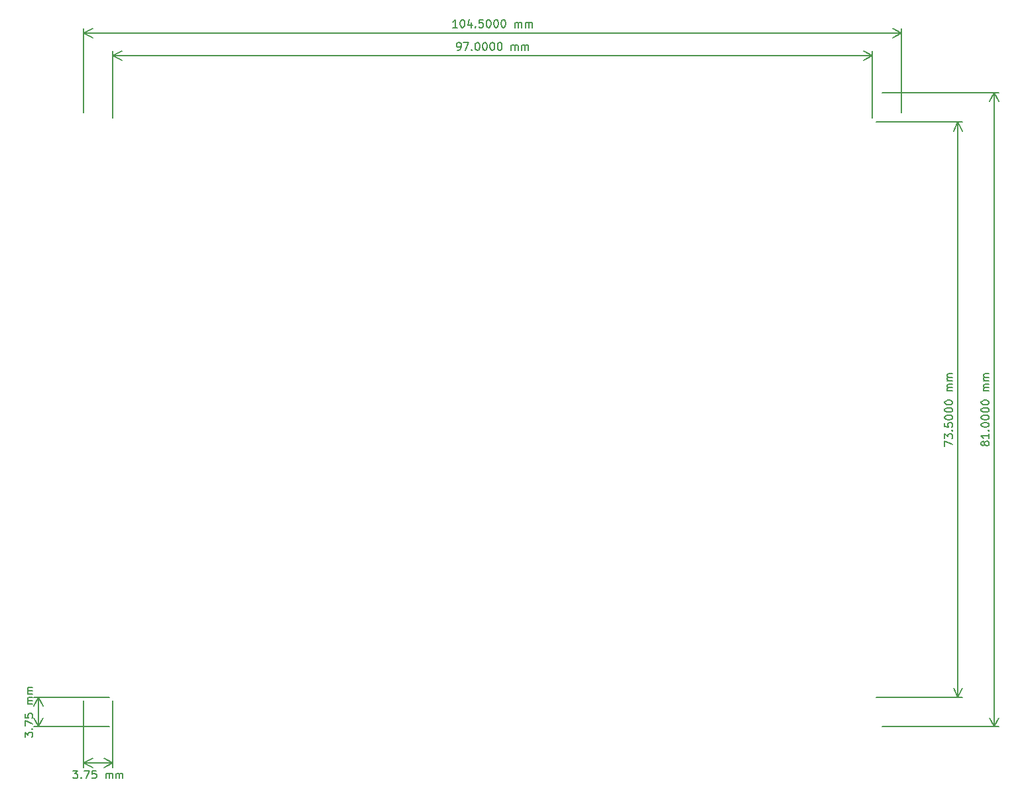
<source format=gbr>
G04 #@! TF.GenerationSoftware,KiCad,Pcbnew,8.0.1-8.0.1-1~ubuntu22.04.1*
G04 #@! TF.CreationDate,2024-04-10T21:28:56-04:00*
G04 #@! TF.ProjectId,tinytapeout-demo,74696e79-7461-4706-956f-75742d64656d,1.1.2*
G04 #@! TF.SameCoordinates,PX35e1f20PY8044ea0*
G04 #@! TF.FileFunction,Other,User*
%FSLAX46Y46*%
G04 Gerber Fmt 4.6, Leading zero omitted, Abs format (unit mm)*
G04 Created by KiCad (PCBNEW 8.0.1-8.0.1-1~ubuntu22.04.1) date 2024-04-10 21:28:56*
%MOMM*%
%LPD*%
G01*
G04 APERTURE LIST*
%ADD10C,0.150000*%
G04 APERTURE END LIST*
D10*
X47726190Y89345181D02*
X47154762Y89345181D01*
X47440476Y89345181D02*
X47440476Y90345181D01*
X47440476Y90345181D02*
X47345238Y90202324D01*
X47345238Y90202324D02*
X47250000Y90107086D01*
X47250000Y90107086D02*
X47154762Y90059467D01*
X48345238Y90345181D02*
X48440476Y90345181D01*
X48440476Y90345181D02*
X48535714Y90297562D01*
X48535714Y90297562D02*
X48583333Y90249943D01*
X48583333Y90249943D02*
X48630952Y90154705D01*
X48630952Y90154705D02*
X48678571Y89964229D01*
X48678571Y89964229D02*
X48678571Y89726134D01*
X48678571Y89726134D02*
X48630952Y89535658D01*
X48630952Y89535658D02*
X48583333Y89440420D01*
X48583333Y89440420D02*
X48535714Y89392800D01*
X48535714Y89392800D02*
X48440476Y89345181D01*
X48440476Y89345181D02*
X48345238Y89345181D01*
X48345238Y89345181D02*
X48250000Y89392800D01*
X48250000Y89392800D02*
X48202381Y89440420D01*
X48202381Y89440420D02*
X48154762Y89535658D01*
X48154762Y89535658D02*
X48107143Y89726134D01*
X48107143Y89726134D02*
X48107143Y89964229D01*
X48107143Y89964229D02*
X48154762Y90154705D01*
X48154762Y90154705D02*
X48202381Y90249943D01*
X48202381Y90249943D02*
X48250000Y90297562D01*
X48250000Y90297562D02*
X48345238Y90345181D01*
X49535714Y90011848D02*
X49535714Y89345181D01*
X49297619Y90392800D02*
X49059524Y89678515D01*
X49059524Y89678515D02*
X49678571Y89678515D01*
X50059524Y89440420D02*
X50107143Y89392800D01*
X50107143Y89392800D02*
X50059524Y89345181D01*
X50059524Y89345181D02*
X50011905Y89392800D01*
X50011905Y89392800D02*
X50059524Y89440420D01*
X50059524Y89440420D02*
X50059524Y89345181D01*
X51011904Y90345181D02*
X50535714Y90345181D01*
X50535714Y90345181D02*
X50488095Y89868991D01*
X50488095Y89868991D02*
X50535714Y89916610D01*
X50535714Y89916610D02*
X50630952Y89964229D01*
X50630952Y89964229D02*
X50869047Y89964229D01*
X50869047Y89964229D02*
X50964285Y89916610D01*
X50964285Y89916610D02*
X51011904Y89868991D01*
X51011904Y89868991D02*
X51059523Y89773753D01*
X51059523Y89773753D02*
X51059523Y89535658D01*
X51059523Y89535658D02*
X51011904Y89440420D01*
X51011904Y89440420D02*
X50964285Y89392800D01*
X50964285Y89392800D02*
X50869047Y89345181D01*
X50869047Y89345181D02*
X50630952Y89345181D01*
X50630952Y89345181D02*
X50535714Y89392800D01*
X50535714Y89392800D02*
X50488095Y89440420D01*
X51678571Y90345181D02*
X51773809Y90345181D01*
X51773809Y90345181D02*
X51869047Y90297562D01*
X51869047Y90297562D02*
X51916666Y90249943D01*
X51916666Y90249943D02*
X51964285Y90154705D01*
X51964285Y90154705D02*
X52011904Y89964229D01*
X52011904Y89964229D02*
X52011904Y89726134D01*
X52011904Y89726134D02*
X51964285Y89535658D01*
X51964285Y89535658D02*
X51916666Y89440420D01*
X51916666Y89440420D02*
X51869047Y89392800D01*
X51869047Y89392800D02*
X51773809Y89345181D01*
X51773809Y89345181D02*
X51678571Y89345181D01*
X51678571Y89345181D02*
X51583333Y89392800D01*
X51583333Y89392800D02*
X51535714Y89440420D01*
X51535714Y89440420D02*
X51488095Y89535658D01*
X51488095Y89535658D02*
X51440476Y89726134D01*
X51440476Y89726134D02*
X51440476Y89964229D01*
X51440476Y89964229D02*
X51488095Y90154705D01*
X51488095Y90154705D02*
X51535714Y90249943D01*
X51535714Y90249943D02*
X51583333Y90297562D01*
X51583333Y90297562D02*
X51678571Y90345181D01*
X52630952Y90345181D02*
X52726190Y90345181D01*
X52726190Y90345181D02*
X52821428Y90297562D01*
X52821428Y90297562D02*
X52869047Y90249943D01*
X52869047Y90249943D02*
X52916666Y90154705D01*
X52916666Y90154705D02*
X52964285Y89964229D01*
X52964285Y89964229D02*
X52964285Y89726134D01*
X52964285Y89726134D02*
X52916666Y89535658D01*
X52916666Y89535658D02*
X52869047Y89440420D01*
X52869047Y89440420D02*
X52821428Y89392800D01*
X52821428Y89392800D02*
X52726190Y89345181D01*
X52726190Y89345181D02*
X52630952Y89345181D01*
X52630952Y89345181D02*
X52535714Y89392800D01*
X52535714Y89392800D02*
X52488095Y89440420D01*
X52488095Y89440420D02*
X52440476Y89535658D01*
X52440476Y89535658D02*
X52392857Y89726134D01*
X52392857Y89726134D02*
X52392857Y89964229D01*
X52392857Y89964229D02*
X52440476Y90154705D01*
X52440476Y90154705D02*
X52488095Y90249943D01*
X52488095Y90249943D02*
X52535714Y90297562D01*
X52535714Y90297562D02*
X52630952Y90345181D01*
X53583333Y90345181D02*
X53678571Y90345181D01*
X53678571Y90345181D02*
X53773809Y90297562D01*
X53773809Y90297562D02*
X53821428Y90249943D01*
X53821428Y90249943D02*
X53869047Y90154705D01*
X53869047Y90154705D02*
X53916666Y89964229D01*
X53916666Y89964229D02*
X53916666Y89726134D01*
X53916666Y89726134D02*
X53869047Y89535658D01*
X53869047Y89535658D02*
X53821428Y89440420D01*
X53821428Y89440420D02*
X53773809Y89392800D01*
X53773809Y89392800D02*
X53678571Y89345181D01*
X53678571Y89345181D02*
X53583333Y89345181D01*
X53583333Y89345181D02*
X53488095Y89392800D01*
X53488095Y89392800D02*
X53440476Y89440420D01*
X53440476Y89440420D02*
X53392857Y89535658D01*
X53392857Y89535658D02*
X53345238Y89726134D01*
X53345238Y89726134D02*
X53345238Y89964229D01*
X53345238Y89964229D02*
X53392857Y90154705D01*
X53392857Y90154705D02*
X53440476Y90249943D01*
X53440476Y90249943D02*
X53488095Y90297562D01*
X53488095Y90297562D02*
X53583333Y90345181D01*
X55107143Y89345181D02*
X55107143Y90011848D01*
X55107143Y89916610D02*
X55154762Y89964229D01*
X55154762Y89964229D02*
X55250000Y90011848D01*
X55250000Y90011848D02*
X55392857Y90011848D01*
X55392857Y90011848D02*
X55488095Y89964229D01*
X55488095Y89964229D02*
X55535714Y89868991D01*
X55535714Y89868991D02*
X55535714Y89345181D01*
X55535714Y89868991D02*
X55583333Y89964229D01*
X55583333Y89964229D02*
X55678571Y90011848D01*
X55678571Y90011848D02*
X55821428Y90011848D01*
X55821428Y90011848D02*
X55916667Y89964229D01*
X55916667Y89964229D02*
X55964286Y89868991D01*
X55964286Y89868991D02*
X55964286Y89345181D01*
X56440476Y89345181D02*
X56440476Y90011848D01*
X56440476Y89916610D02*
X56488095Y89964229D01*
X56488095Y89964229D02*
X56583333Y90011848D01*
X56583333Y90011848D02*
X56726190Y90011848D01*
X56726190Y90011848D02*
X56821428Y89964229D01*
X56821428Y89964229D02*
X56869047Y89868991D01*
X56869047Y89868991D02*
X56869047Y89345181D01*
X56869047Y89868991D02*
X56916666Y89964229D01*
X56916666Y89964229D02*
X57011904Y90011848D01*
X57011904Y90011848D02*
X57154761Y90011848D01*
X57154761Y90011848D02*
X57250000Y89964229D01*
X57250000Y89964229D02*
X57297619Y89868991D01*
X57297619Y89868991D02*
X57297619Y89345181D01*
X104500000Y78500000D02*
X104500000Y89236420D01*
X0Y78500000D02*
X0Y89236420D01*
X104500000Y88650000D02*
X0Y88650000D01*
X104500000Y88650000D02*
X0Y88650000D01*
X104500000Y88650000D02*
X103373496Y88063579D01*
X104500000Y88650000D02*
X103373496Y89236421D01*
X0Y88650000D02*
X1126504Y89236421D01*
X0Y88650000D02*
X1126504Y88063579D01*
X115083390Y36071430D02*
X115035771Y35976192D01*
X115035771Y35976192D02*
X114988152Y35928573D01*
X114988152Y35928573D02*
X114892914Y35880954D01*
X114892914Y35880954D02*
X114845295Y35880954D01*
X114845295Y35880954D02*
X114750057Y35928573D01*
X114750057Y35928573D02*
X114702438Y35976192D01*
X114702438Y35976192D02*
X114654819Y36071430D01*
X114654819Y36071430D02*
X114654819Y36261906D01*
X114654819Y36261906D02*
X114702438Y36357144D01*
X114702438Y36357144D02*
X114750057Y36404763D01*
X114750057Y36404763D02*
X114845295Y36452382D01*
X114845295Y36452382D02*
X114892914Y36452382D01*
X114892914Y36452382D02*
X114988152Y36404763D01*
X114988152Y36404763D02*
X115035771Y36357144D01*
X115035771Y36357144D02*
X115083390Y36261906D01*
X115083390Y36261906D02*
X115083390Y36071430D01*
X115083390Y36071430D02*
X115131009Y35976192D01*
X115131009Y35976192D02*
X115178628Y35928573D01*
X115178628Y35928573D02*
X115273866Y35880954D01*
X115273866Y35880954D02*
X115464342Y35880954D01*
X115464342Y35880954D02*
X115559580Y35928573D01*
X115559580Y35928573D02*
X115607200Y35976192D01*
X115607200Y35976192D02*
X115654819Y36071430D01*
X115654819Y36071430D02*
X115654819Y36261906D01*
X115654819Y36261906D02*
X115607200Y36357144D01*
X115607200Y36357144D02*
X115559580Y36404763D01*
X115559580Y36404763D02*
X115464342Y36452382D01*
X115464342Y36452382D02*
X115273866Y36452382D01*
X115273866Y36452382D02*
X115178628Y36404763D01*
X115178628Y36404763D02*
X115131009Y36357144D01*
X115131009Y36357144D02*
X115083390Y36261906D01*
X115654819Y37404763D02*
X115654819Y36833335D01*
X115654819Y37119049D02*
X114654819Y37119049D01*
X114654819Y37119049D02*
X114797676Y37023811D01*
X114797676Y37023811D02*
X114892914Y36928573D01*
X114892914Y36928573D02*
X114940533Y36833335D01*
X115559580Y37833335D02*
X115607200Y37880954D01*
X115607200Y37880954D02*
X115654819Y37833335D01*
X115654819Y37833335D02*
X115607200Y37785716D01*
X115607200Y37785716D02*
X115559580Y37833335D01*
X115559580Y37833335D02*
X115654819Y37833335D01*
X114654819Y38500001D02*
X114654819Y38595239D01*
X114654819Y38595239D02*
X114702438Y38690477D01*
X114702438Y38690477D02*
X114750057Y38738096D01*
X114750057Y38738096D02*
X114845295Y38785715D01*
X114845295Y38785715D02*
X115035771Y38833334D01*
X115035771Y38833334D02*
X115273866Y38833334D01*
X115273866Y38833334D02*
X115464342Y38785715D01*
X115464342Y38785715D02*
X115559580Y38738096D01*
X115559580Y38738096D02*
X115607200Y38690477D01*
X115607200Y38690477D02*
X115654819Y38595239D01*
X115654819Y38595239D02*
X115654819Y38500001D01*
X115654819Y38500001D02*
X115607200Y38404763D01*
X115607200Y38404763D02*
X115559580Y38357144D01*
X115559580Y38357144D02*
X115464342Y38309525D01*
X115464342Y38309525D02*
X115273866Y38261906D01*
X115273866Y38261906D02*
X115035771Y38261906D01*
X115035771Y38261906D02*
X114845295Y38309525D01*
X114845295Y38309525D02*
X114750057Y38357144D01*
X114750057Y38357144D02*
X114702438Y38404763D01*
X114702438Y38404763D02*
X114654819Y38500001D01*
X114654819Y39452382D02*
X114654819Y39547620D01*
X114654819Y39547620D02*
X114702438Y39642858D01*
X114702438Y39642858D02*
X114750057Y39690477D01*
X114750057Y39690477D02*
X114845295Y39738096D01*
X114845295Y39738096D02*
X115035771Y39785715D01*
X115035771Y39785715D02*
X115273866Y39785715D01*
X115273866Y39785715D02*
X115464342Y39738096D01*
X115464342Y39738096D02*
X115559580Y39690477D01*
X115559580Y39690477D02*
X115607200Y39642858D01*
X115607200Y39642858D02*
X115654819Y39547620D01*
X115654819Y39547620D02*
X115654819Y39452382D01*
X115654819Y39452382D02*
X115607200Y39357144D01*
X115607200Y39357144D02*
X115559580Y39309525D01*
X115559580Y39309525D02*
X115464342Y39261906D01*
X115464342Y39261906D02*
X115273866Y39214287D01*
X115273866Y39214287D02*
X115035771Y39214287D01*
X115035771Y39214287D02*
X114845295Y39261906D01*
X114845295Y39261906D02*
X114750057Y39309525D01*
X114750057Y39309525D02*
X114702438Y39357144D01*
X114702438Y39357144D02*
X114654819Y39452382D01*
X114654819Y40404763D02*
X114654819Y40500001D01*
X114654819Y40500001D02*
X114702438Y40595239D01*
X114702438Y40595239D02*
X114750057Y40642858D01*
X114750057Y40642858D02*
X114845295Y40690477D01*
X114845295Y40690477D02*
X115035771Y40738096D01*
X115035771Y40738096D02*
X115273866Y40738096D01*
X115273866Y40738096D02*
X115464342Y40690477D01*
X115464342Y40690477D02*
X115559580Y40642858D01*
X115559580Y40642858D02*
X115607200Y40595239D01*
X115607200Y40595239D02*
X115654819Y40500001D01*
X115654819Y40500001D02*
X115654819Y40404763D01*
X115654819Y40404763D02*
X115607200Y40309525D01*
X115607200Y40309525D02*
X115559580Y40261906D01*
X115559580Y40261906D02*
X115464342Y40214287D01*
X115464342Y40214287D02*
X115273866Y40166668D01*
X115273866Y40166668D02*
X115035771Y40166668D01*
X115035771Y40166668D02*
X114845295Y40214287D01*
X114845295Y40214287D02*
X114750057Y40261906D01*
X114750057Y40261906D02*
X114702438Y40309525D01*
X114702438Y40309525D02*
X114654819Y40404763D01*
X114654819Y41357144D02*
X114654819Y41452382D01*
X114654819Y41452382D02*
X114702438Y41547620D01*
X114702438Y41547620D02*
X114750057Y41595239D01*
X114750057Y41595239D02*
X114845295Y41642858D01*
X114845295Y41642858D02*
X115035771Y41690477D01*
X115035771Y41690477D02*
X115273866Y41690477D01*
X115273866Y41690477D02*
X115464342Y41642858D01*
X115464342Y41642858D02*
X115559580Y41595239D01*
X115559580Y41595239D02*
X115607200Y41547620D01*
X115607200Y41547620D02*
X115654819Y41452382D01*
X115654819Y41452382D02*
X115654819Y41357144D01*
X115654819Y41357144D02*
X115607200Y41261906D01*
X115607200Y41261906D02*
X115559580Y41214287D01*
X115559580Y41214287D02*
X115464342Y41166668D01*
X115464342Y41166668D02*
X115273866Y41119049D01*
X115273866Y41119049D02*
X115035771Y41119049D01*
X115035771Y41119049D02*
X114845295Y41166668D01*
X114845295Y41166668D02*
X114750057Y41214287D01*
X114750057Y41214287D02*
X114702438Y41261906D01*
X114702438Y41261906D02*
X114654819Y41357144D01*
X115654819Y42880954D02*
X114988152Y42880954D01*
X115083390Y42880954D02*
X115035771Y42928573D01*
X115035771Y42928573D02*
X114988152Y43023811D01*
X114988152Y43023811D02*
X114988152Y43166668D01*
X114988152Y43166668D02*
X115035771Y43261906D01*
X115035771Y43261906D02*
X115131009Y43309525D01*
X115131009Y43309525D02*
X115654819Y43309525D01*
X115131009Y43309525D02*
X115035771Y43357144D01*
X115035771Y43357144D02*
X114988152Y43452382D01*
X114988152Y43452382D02*
X114988152Y43595239D01*
X114988152Y43595239D02*
X115035771Y43690478D01*
X115035771Y43690478D02*
X115131009Y43738097D01*
X115131009Y43738097D02*
X115654819Y43738097D01*
X115654819Y44214287D02*
X114988152Y44214287D01*
X115083390Y44214287D02*
X115035771Y44261906D01*
X115035771Y44261906D02*
X114988152Y44357144D01*
X114988152Y44357144D02*
X114988152Y44500001D01*
X114988152Y44500001D02*
X115035771Y44595239D01*
X115035771Y44595239D02*
X115131009Y44642858D01*
X115131009Y44642858D02*
X115654819Y44642858D01*
X115131009Y44642858D02*
X115035771Y44690477D01*
X115035771Y44690477D02*
X114988152Y44785715D01*
X114988152Y44785715D02*
X114988152Y44928572D01*
X114988152Y44928572D02*
X115035771Y45023811D01*
X115035771Y45023811D02*
X115131009Y45071430D01*
X115131009Y45071430D02*
X115654819Y45071430D01*
X102000000Y0D02*
X116936420Y0D01*
X102000000Y81000000D02*
X116936420Y81000000D01*
X116350000Y0D02*
X116350000Y81000000D01*
X116350000Y0D02*
X116350000Y81000000D01*
X116350000Y0D02*
X115763579Y1126504D01*
X116350000Y0D02*
X116936421Y1126504D01*
X116350000Y81000000D02*
X116936421Y79873496D01*
X116350000Y81000000D02*
X115763579Y79873496D01*
X-7495181Y-1363094D02*
X-7495181Y-744047D01*
X-7495181Y-744047D02*
X-7114229Y-1077380D01*
X-7114229Y-1077380D02*
X-7114229Y-934523D01*
X-7114229Y-934523D02*
X-7066610Y-839285D01*
X-7066610Y-839285D02*
X-7018991Y-791666D01*
X-7018991Y-791666D02*
X-6923753Y-744047D01*
X-6923753Y-744047D02*
X-6685658Y-744047D01*
X-6685658Y-744047D02*
X-6590420Y-791666D01*
X-6590420Y-791666D02*
X-6542800Y-839285D01*
X-6542800Y-839285D02*
X-6495181Y-934523D01*
X-6495181Y-934523D02*
X-6495181Y-1220237D01*
X-6495181Y-1220237D02*
X-6542800Y-1315475D01*
X-6542800Y-1315475D02*
X-6590420Y-1363094D01*
X-6590420Y-315475D02*
X-6542800Y-267856D01*
X-6542800Y-267856D02*
X-6495181Y-315475D01*
X-6495181Y-315475D02*
X-6542800Y-363094D01*
X-6542800Y-363094D02*
X-6590420Y-315475D01*
X-6590420Y-315475D02*
X-6495181Y-315475D01*
X-7495181Y65477D02*
X-7495181Y732143D01*
X-7495181Y732143D02*
X-6495181Y303572D01*
X-7495181Y1589286D02*
X-7495181Y1113096D01*
X-7495181Y1113096D02*
X-7018991Y1065477D01*
X-7018991Y1065477D02*
X-7066610Y1113096D01*
X-7066610Y1113096D02*
X-7114229Y1208334D01*
X-7114229Y1208334D02*
X-7114229Y1446429D01*
X-7114229Y1446429D02*
X-7066610Y1541667D01*
X-7066610Y1541667D02*
X-7018991Y1589286D01*
X-7018991Y1589286D02*
X-6923753Y1636905D01*
X-6923753Y1636905D02*
X-6685658Y1636905D01*
X-6685658Y1636905D02*
X-6590420Y1589286D01*
X-6590420Y1589286D02*
X-6542800Y1541667D01*
X-6542800Y1541667D02*
X-6495181Y1446429D01*
X-6495181Y1446429D02*
X-6495181Y1208334D01*
X-6495181Y1208334D02*
X-6542800Y1113096D01*
X-6542800Y1113096D02*
X-6590420Y1065477D01*
X-6495181Y2827382D02*
X-7161848Y2827382D01*
X-7066610Y2827382D02*
X-7114229Y2875001D01*
X-7114229Y2875001D02*
X-7161848Y2970239D01*
X-7161848Y2970239D02*
X-7161848Y3113096D01*
X-7161848Y3113096D02*
X-7114229Y3208334D01*
X-7114229Y3208334D02*
X-7018991Y3255953D01*
X-7018991Y3255953D02*
X-6495181Y3255953D01*
X-7018991Y3255953D02*
X-7114229Y3303572D01*
X-7114229Y3303572D02*
X-7161848Y3398810D01*
X-7161848Y3398810D02*
X-7161848Y3541667D01*
X-7161848Y3541667D02*
X-7114229Y3636906D01*
X-7114229Y3636906D02*
X-7018991Y3684525D01*
X-7018991Y3684525D02*
X-6495181Y3684525D01*
X-6495181Y4160715D02*
X-7161848Y4160715D01*
X-7066610Y4160715D02*
X-7114229Y4208334D01*
X-7114229Y4208334D02*
X-7161848Y4303572D01*
X-7161848Y4303572D02*
X-7161848Y4446429D01*
X-7161848Y4446429D02*
X-7114229Y4541667D01*
X-7114229Y4541667D02*
X-7018991Y4589286D01*
X-7018991Y4589286D02*
X-6495181Y4589286D01*
X-7018991Y4589286D02*
X-7114229Y4636905D01*
X-7114229Y4636905D02*
X-7161848Y4732143D01*
X-7161848Y4732143D02*
X-7161848Y4875000D01*
X-7161848Y4875000D02*
X-7114229Y4970239D01*
X-7114229Y4970239D02*
X-7018991Y5017858D01*
X-7018991Y5017858D02*
X-6495181Y5017858D01*
X3250000Y3750000D02*
X-6386420Y3750000D01*
X3250000Y0D02*
X-6386420Y0D01*
X-5800000Y3750000D02*
X-5800000Y0D01*
X-5800000Y3750000D02*
X-5800000Y0D01*
X-5800000Y3750000D02*
X-5213579Y2623496D01*
X-5800000Y3750000D02*
X-6386421Y2623496D01*
X-5800000Y0D02*
X-6386421Y1126504D01*
X-5800000Y0D02*
X-5213579Y1126504D01*
X110004819Y35833335D02*
X110004819Y36500001D01*
X110004819Y36500001D02*
X111004819Y36071430D01*
X110004819Y36785716D02*
X110004819Y37404763D01*
X110004819Y37404763D02*
X110385771Y37071430D01*
X110385771Y37071430D02*
X110385771Y37214287D01*
X110385771Y37214287D02*
X110433390Y37309525D01*
X110433390Y37309525D02*
X110481009Y37357144D01*
X110481009Y37357144D02*
X110576247Y37404763D01*
X110576247Y37404763D02*
X110814342Y37404763D01*
X110814342Y37404763D02*
X110909580Y37357144D01*
X110909580Y37357144D02*
X110957200Y37309525D01*
X110957200Y37309525D02*
X111004819Y37214287D01*
X111004819Y37214287D02*
X111004819Y36928573D01*
X111004819Y36928573D02*
X110957200Y36833335D01*
X110957200Y36833335D02*
X110909580Y36785716D01*
X110909580Y37833335D02*
X110957200Y37880954D01*
X110957200Y37880954D02*
X111004819Y37833335D01*
X111004819Y37833335D02*
X110957200Y37785716D01*
X110957200Y37785716D02*
X110909580Y37833335D01*
X110909580Y37833335D02*
X111004819Y37833335D01*
X110004819Y38785715D02*
X110004819Y38309525D01*
X110004819Y38309525D02*
X110481009Y38261906D01*
X110481009Y38261906D02*
X110433390Y38309525D01*
X110433390Y38309525D02*
X110385771Y38404763D01*
X110385771Y38404763D02*
X110385771Y38642858D01*
X110385771Y38642858D02*
X110433390Y38738096D01*
X110433390Y38738096D02*
X110481009Y38785715D01*
X110481009Y38785715D02*
X110576247Y38833334D01*
X110576247Y38833334D02*
X110814342Y38833334D01*
X110814342Y38833334D02*
X110909580Y38785715D01*
X110909580Y38785715D02*
X110957200Y38738096D01*
X110957200Y38738096D02*
X111004819Y38642858D01*
X111004819Y38642858D02*
X111004819Y38404763D01*
X111004819Y38404763D02*
X110957200Y38309525D01*
X110957200Y38309525D02*
X110909580Y38261906D01*
X110004819Y39452382D02*
X110004819Y39547620D01*
X110004819Y39547620D02*
X110052438Y39642858D01*
X110052438Y39642858D02*
X110100057Y39690477D01*
X110100057Y39690477D02*
X110195295Y39738096D01*
X110195295Y39738096D02*
X110385771Y39785715D01*
X110385771Y39785715D02*
X110623866Y39785715D01*
X110623866Y39785715D02*
X110814342Y39738096D01*
X110814342Y39738096D02*
X110909580Y39690477D01*
X110909580Y39690477D02*
X110957200Y39642858D01*
X110957200Y39642858D02*
X111004819Y39547620D01*
X111004819Y39547620D02*
X111004819Y39452382D01*
X111004819Y39452382D02*
X110957200Y39357144D01*
X110957200Y39357144D02*
X110909580Y39309525D01*
X110909580Y39309525D02*
X110814342Y39261906D01*
X110814342Y39261906D02*
X110623866Y39214287D01*
X110623866Y39214287D02*
X110385771Y39214287D01*
X110385771Y39214287D02*
X110195295Y39261906D01*
X110195295Y39261906D02*
X110100057Y39309525D01*
X110100057Y39309525D02*
X110052438Y39357144D01*
X110052438Y39357144D02*
X110004819Y39452382D01*
X110004819Y40404763D02*
X110004819Y40500001D01*
X110004819Y40500001D02*
X110052438Y40595239D01*
X110052438Y40595239D02*
X110100057Y40642858D01*
X110100057Y40642858D02*
X110195295Y40690477D01*
X110195295Y40690477D02*
X110385771Y40738096D01*
X110385771Y40738096D02*
X110623866Y40738096D01*
X110623866Y40738096D02*
X110814342Y40690477D01*
X110814342Y40690477D02*
X110909580Y40642858D01*
X110909580Y40642858D02*
X110957200Y40595239D01*
X110957200Y40595239D02*
X111004819Y40500001D01*
X111004819Y40500001D02*
X111004819Y40404763D01*
X111004819Y40404763D02*
X110957200Y40309525D01*
X110957200Y40309525D02*
X110909580Y40261906D01*
X110909580Y40261906D02*
X110814342Y40214287D01*
X110814342Y40214287D02*
X110623866Y40166668D01*
X110623866Y40166668D02*
X110385771Y40166668D01*
X110385771Y40166668D02*
X110195295Y40214287D01*
X110195295Y40214287D02*
X110100057Y40261906D01*
X110100057Y40261906D02*
X110052438Y40309525D01*
X110052438Y40309525D02*
X110004819Y40404763D01*
X110004819Y41357144D02*
X110004819Y41452382D01*
X110004819Y41452382D02*
X110052438Y41547620D01*
X110052438Y41547620D02*
X110100057Y41595239D01*
X110100057Y41595239D02*
X110195295Y41642858D01*
X110195295Y41642858D02*
X110385771Y41690477D01*
X110385771Y41690477D02*
X110623866Y41690477D01*
X110623866Y41690477D02*
X110814342Y41642858D01*
X110814342Y41642858D02*
X110909580Y41595239D01*
X110909580Y41595239D02*
X110957200Y41547620D01*
X110957200Y41547620D02*
X111004819Y41452382D01*
X111004819Y41452382D02*
X111004819Y41357144D01*
X111004819Y41357144D02*
X110957200Y41261906D01*
X110957200Y41261906D02*
X110909580Y41214287D01*
X110909580Y41214287D02*
X110814342Y41166668D01*
X110814342Y41166668D02*
X110623866Y41119049D01*
X110623866Y41119049D02*
X110385771Y41119049D01*
X110385771Y41119049D02*
X110195295Y41166668D01*
X110195295Y41166668D02*
X110100057Y41214287D01*
X110100057Y41214287D02*
X110052438Y41261906D01*
X110052438Y41261906D02*
X110004819Y41357144D01*
X111004819Y42880954D02*
X110338152Y42880954D01*
X110433390Y42880954D02*
X110385771Y42928573D01*
X110385771Y42928573D02*
X110338152Y43023811D01*
X110338152Y43023811D02*
X110338152Y43166668D01*
X110338152Y43166668D02*
X110385771Y43261906D01*
X110385771Y43261906D02*
X110481009Y43309525D01*
X110481009Y43309525D02*
X111004819Y43309525D01*
X110481009Y43309525D02*
X110385771Y43357144D01*
X110385771Y43357144D02*
X110338152Y43452382D01*
X110338152Y43452382D02*
X110338152Y43595239D01*
X110338152Y43595239D02*
X110385771Y43690478D01*
X110385771Y43690478D02*
X110481009Y43738097D01*
X110481009Y43738097D02*
X111004819Y43738097D01*
X111004819Y44214287D02*
X110338152Y44214287D01*
X110433390Y44214287D02*
X110385771Y44261906D01*
X110385771Y44261906D02*
X110338152Y44357144D01*
X110338152Y44357144D02*
X110338152Y44500001D01*
X110338152Y44500001D02*
X110385771Y44595239D01*
X110385771Y44595239D02*
X110481009Y44642858D01*
X110481009Y44642858D02*
X111004819Y44642858D01*
X110481009Y44642858D02*
X110385771Y44690477D01*
X110385771Y44690477D02*
X110338152Y44785715D01*
X110338152Y44785715D02*
X110338152Y44928572D01*
X110338152Y44928572D02*
X110385771Y45023811D01*
X110385771Y45023811D02*
X110481009Y45071430D01*
X110481009Y45071430D02*
X111004819Y45071430D01*
X101250000Y77250000D02*
X112286420Y77250000D01*
X101250000Y3750000D02*
X112286420Y3750000D01*
X111700000Y77250000D02*
X111700000Y3750000D01*
X111700000Y77250000D02*
X111700000Y3750000D01*
X111700000Y77250000D02*
X112286421Y76123496D01*
X111700000Y77250000D02*
X111113579Y76123496D01*
X111700000Y3750000D02*
X111113579Y4876504D01*
X111700000Y3750000D02*
X112286421Y4876504D01*
X47726191Y86445181D02*
X47916667Y86445181D01*
X47916667Y86445181D02*
X48011905Y86492800D01*
X48011905Y86492800D02*
X48059524Y86540420D01*
X48059524Y86540420D02*
X48154762Y86683277D01*
X48154762Y86683277D02*
X48202381Y86873753D01*
X48202381Y86873753D02*
X48202381Y87254705D01*
X48202381Y87254705D02*
X48154762Y87349943D01*
X48154762Y87349943D02*
X48107143Y87397562D01*
X48107143Y87397562D02*
X48011905Y87445181D01*
X48011905Y87445181D02*
X47821429Y87445181D01*
X47821429Y87445181D02*
X47726191Y87397562D01*
X47726191Y87397562D02*
X47678572Y87349943D01*
X47678572Y87349943D02*
X47630953Y87254705D01*
X47630953Y87254705D02*
X47630953Y87016610D01*
X47630953Y87016610D02*
X47678572Y86921372D01*
X47678572Y86921372D02*
X47726191Y86873753D01*
X47726191Y86873753D02*
X47821429Y86826134D01*
X47821429Y86826134D02*
X48011905Y86826134D01*
X48011905Y86826134D02*
X48107143Y86873753D01*
X48107143Y86873753D02*
X48154762Y86921372D01*
X48154762Y86921372D02*
X48202381Y87016610D01*
X48535715Y87445181D02*
X49202381Y87445181D01*
X49202381Y87445181D02*
X48773810Y86445181D01*
X49583334Y86540420D02*
X49630953Y86492800D01*
X49630953Y86492800D02*
X49583334Y86445181D01*
X49583334Y86445181D02*
X49535715Y86492800D01*
X49535715Y86492800D02*
X49583334Y86540420D01*
X49583334Y86540420D02*
X49583334Y86445181D01*
X50250000Y87445181D02*
X50345238Y87445181D01*
X50345238Y87445181D02*
X50440476Y87397562D01*
X50440476Y87397562D02*
X50488095Y87349943D01*
X50488095Y87349943D02*
X50535714Y87254705D01*
X50535714Y87254705D02*
X50583333Y87064229D01*
X50583333Y87064229D02*
X50583333Y86826134D01*
X50583333Y86826134D02*
X50535714Y86635658D01*
X50535714Y86635658D02*
X50488095Y86540420D01*
X50488095Y86540420D02*
X50440476Y86492800D01*
X50440476Y86492800D02*
X50345238Y86445181D01*
X50345238Y86445181D02*
X50250000Y86445181D01*
X50250000Y86445181D02*
X50154762Y86492800D01*
X50154762Y86492800D02*
X50107143Y86540420D01*
X50107143Y86540420D02*
X50059524Y86635658D01*
X50059524Y86635658D02*
X50011905Y86826134D01*
X50011905Y86826134D02*
X50011905Y87064229D01*
X50011905Y87064229D02*
X50059524Y87254705D01*
X50059524Y87254705D02*
X50107143Y87349943D01*
X50107143Y87349943D02*
X50154762Y87397562D01*
X50154762Y87397562D02*
X50250000Y87445181D01*
X51202381Y87445181D02*
X51297619Y87445181D01*
X51297619Y87445181D02*
X51392857Y87397562D01*
X51392857Y87397562D02*
X51440476Y87349943D01*
X51440476Y87349943D02*
X51488095Y87254705D01*
X51488095Y87254705D02*
X51535714Y87064229D01*
X51535714Y87064229D02*
X51535714Y86826134D01*
X51535714Y86826134D02*
X51488095Y86635658D01*
X51488095Y86635658D02*
X51440476Y86540420D01*
X51440476Y86540420D02*
X51392857Y86492800D01*
X51392857Y86492800D02*
X51297619Y86445181D01*
X51297619Y86445181D02*
X51202381Y86445181D01*
X51202381Y86445181D02*
X51107143Y86492800D01*
X51107143Y86492800D02*
X51059524Y86540420D01*
X51059524Y86540420D02*
X51011905Y86635658D01*
X51011905Y86635658D02*
X50964286Y86826134D01*
X50964286Y86826134D02*
X50964286Y87064229D01*
X50964286Y87064229D02*
X51011905Y87254705D01*
X51011905Y87254705D02*
X51059524Y87349943D01*
X51059524Y87349943D02*
X51107143Y87397562D01*
X51107143Y87397562D02*
X51202381Y87445181D01*
X52154762Y87445181D02*
X52250000Y87445181D01*
X52250000Y87445181D02*
X52345238Y87397562D01*
X52345238Y87397562D02*
X52392857Y87349943D01*
X52392857Y87349943D02*
X52440476Y87254705D01*
X52440476Y87254705D02*
X52488095Y87064229D01*
X52488095Y87064229D02*
X52488095Y86826134D01*
X52488095Y86826134D02*
X52440476Y86635658D01*
X52440476Y86635658D02*
X52392857Y86540420D01*
X52392857Y86540420D02*
X52345238Y86492800D01*
X52345238Y86492800D02*
X52250000Y86445181D01*
X52250000Y86445181D02*
X52154762Y86445181D01*
X52154762Y86445181D02*
X52059524Y86492800D01*
X52059524Y86492800D02*
X52011905Y86540420D01*
X52011905Y86540420D02*
X51964286Y86635658D01*
X51964286Y86635658D02*
X51916667Y86826134D01*
X51916667Y86826134D02*
X51916667Y87064229D01*
X51916667Y87064229D02*
X51964286Y87254705D01*
X51964286Y87254705D02*
X52011905Y87349943D01*
X52011905Y87349943D02*
X52059524Y87397562D01*
X52059524Y87397562D02*
X52154762Y87445181D01*
X53107143Y87445181D02*
X53202381Y87445181D01*
X53202381Y87445181D02*
X53297619Y87397562D01*
X53297619Y87397562D02*
X53345238Y87349943D01*
X53345238Y87349943D02*
X53392857Y87254705D01*
X53392857Y87254705D02*
X53440476Y87064229D01*
X53440476Y87064229D02*
X53440476Y86826134D01*
X53440476Y86826134D02*
X53392857Y86635658D01*
X53392857Y86635658D02*
X53345238Y86540420D01*
X53345238Y86540420D02*
X53297619Y86492800D01*
X53297619Y86492800D02*
X53202381Y86445181D01*
X53202381Y86445181D02*
X53107143Y86445181D01*
X53107143Y86445181D02*
X53011905Y86492800D01*
X53011905Y86492800D02*
X52964286Y86540420D01*
X52964286Y86540420D02*
X52916667Y86635658D01*
X52916667Y86635658D02*
X52869048Y86826134D01*
X52869048Y86826134D02*
X52869048Y87064229D01*
X52869048Y87064229D02*
X52916667Y87254705D01*
X52916667Y87254705D02*
X52964286Y87349943D01*
X52964286Y87349943D02*
X53011905Y87397562D01*
X53011905Y87397562D02*
X53107143Y87445181D01*
X54630953Y86445181D02*
X54630953Y87111848D01*
X54630953Y87016610D02*
X54678572Y87064229D01*
X54678572Y87064229D02*
X54773810Y87111848D01*
X54773810Y87111848D02*
X54916667Y87111848D01*
X54916667Y87111848D02*
X55011905Y87064229D01*
X55011905Y87064229D02*
X55059524Y86968991D01*
X55059524Y86968991D02*
X55059524Y86445181D01*
X55059524Y86968991D02*
X55107143Y87064229D01*
X55107143Y87064229D02*
X55202381Y87111848D01*
X55202381Y87111848D02*
X55345238Y87111848D01*
X55345238Y87111848D02*
X55440477Y87064229D01*
X55440477Y87064229D02*
X55488096Y86968991D01*
X55488096Y86968991D02*
X55488096Y86445181D01*
X55964286Y86445181D02*
X55964286Y87111848D01*
X55964286Y87016610D02*
X56011905Y87064229D01*
X56011905Y87064229D02*
X56107143Y87111848D01*
X56107143Y87111848D02*
X56250000Y87111848D01*
X56250000Y87111848D02*
X56345238Y87064229D01*
X56345238Y87064229D02*
X56392857Y86968991D01*
X56392857Y86968991D02*
X56392857Y86445181D01*
X56392857Y86968991D02*
X56440476Y87064229D01*
X56440476Y87064229D02*
X56535714Y87111848D01*
X56535714Y87111848D02*
X56678571Y87111848D01*
X56678571Y87111848D02*
X56773810Y87064229D01*
X56773810Y87064229D02*
X56821429Y86968991D01*
X56821429Y86968991D02*
X56821429Y86445181D01*
X3750000Y77750000D02*
X3750000Y86336420D01*
X100750000Y77750000D02*
X100750000Y86336420D01*
X3750000Y85750000D02*
X100750000Y85750000D01*
X3750000Y85750000D02*
X100750000Y85750000D01*
X3750000Y85750000D02*
X4876504Y86336421D01*
X3750000Y85750000D02*
X4876504Y85163579D01*
X100750000Y85750000D02*
X99623496Y85163579D01*
X100750000Y85750000D02*
X99623496Y86336421D01*
X-1363095Y-5654819D02*
X-744048Y-5654819D01*
X-744048Y-5654819D02*
X-1077381Y-6035771D01*
X-1077381Y-6035771D02*
X-934524Y-6035771D01*
X-934524Y-6035771D02*
X-839286Y-6083390D01*
X-839286Y-6083390D02*
X-791667Y-6131009D01*
X-791667Y-6131009D02*
X-744048Y-6226247D01*
X-744048Y-6226247D02*
X-744048Y-6464342D01*
X-744048Y-6464342D02*
X-791667Y-6559580D01*
X-791667Y-6559580D02*
X-839286Y-6607200D01*
X-839286Y-6607200D02*
X-934524Y-6654819D01*
X-934524Y-6654819D02*
X-1220238Y-6654819D01*
X-1220238Y-6654819D02*
X-1315476Y-6607200D01*
X-1315476Y-6607200D02*
X-1363095Y-6559580D01*
X-315476Y-6559580D02*
X-267857Y-6607200D01*
X-267857Y-6607200D02*
X-315476Y-6654819D01*
X-315476Y-6654819D02*
X-363095Y-6607200D01*
X-363095Y-6607200D02*
X-315476Y-6559580D01*
X-315476Y-6559580D02*
X-315476Y-6654819D01*
X65476Y-5654819D02*
X732142Y-5654819D01*
X732142Y-5654819D02*
X303571Y-6654819D01*
X1589285Y-5654819D02*
X1113095Y-5654819D01*
X1113095Y-5654819D02*
X1065476Y-6131009D01*
X1065476Y-6131009D02*
X1113095Y-6083390D01*
X1113095Y-6083390D02*
X1208333Y-6035771D01*
X1208333Y-6035771D02*
X1446428Y-6035771D01*
X1446428Y-6035771D02*
X1541666Y-6083390D01*
X1541666Y-6083390D02*
X1589285Y-6131009D01*
X1589285Y-6131009D02*
X1636904Y-6226247D01*
X1636904Y-6226247D02*
X1636904Y-6464342D01*
X1636904Y-6464342D02*
X1589285Y-6559580D01*
X1589285Y-6559580D02*
X1541666Y-6607200D01*
X1541666Y-6607200D02*
X1446428Y-6654819D01*
X1446428Y-6654819D02*
X1208333Y-6654819D01*
X1208333Y-6654819D02*
X1113095Y-6607200D01*
X1113095Y-6607200D02*
X1065476Y-6559580D01*
X2827381Y-6654819D02*
X2827381Y-5988152D01*
X2827381Y-6083390D02*
X2875000Y-6035771D01*
X2875000Y-6035771D02*
X2970238Y-5988152D01*
X2970238Y-5988152D02*
X3113095Y-5988152D01*
X3113095Y-5988152D02*
X3208333Y-6035771D01*
X3208333Y-6035771D02*
X3255952Y-6131009D01*
X3255952Y-6131009D02*
X3255952Y-6654819D01*
X3255952Y-6131009D02*
X3303571Y-6035771D01*
X3303571Y-6035771D02*
X3398809Y-5988152D01*
X3398809Y-5988152D02*
X3541666Y-5988152D01*
X3541666Y-5988152D02*
X3636905Y-6035771D01*
X3636905Y-6035771D02*
X3684524Y-6131009D01*
X3684524Y-6131009D02*
X3684524Y-6654819D01*
X4160714Y-6654819D02*
X4160714Y-5988152D01*
X4160714Y-6083390D02*
X4208333Y-6035771D01*
X4208333Y-6035771D02*
X4303571Y-5988152D01*
X4303571Y-5988152D02*
X4446428Y-5988152D01*
X4446428Y-5988152D02*
X4541666Y-6035771D01*
X4541666Y-6035771D02*
X4589285Y-6131009D01*
X4589285Y-6131009D02*
X4589285Y-6654819D01*
X4589285Y-6131009D02*
X4636904Y-6035771D01*
X4636904Y-6035771D02*
X4732142Y-5988152D01*
X4732142Y-5988152D02*
X4874999Y-5988152D01*
X4874999Y-5988152D02*
X4970238Y-6035771D01*
X4970238Y-6035771D02*
X5017857Y-6131009D01*
X5017857Y-6131009D02*
X5017857Y-6654819D01*
X3750000Y3250000D02*
X3750000Y-5286420D01*
X0Y3250000D02*
X0Y-5286420D01*
X3750000Y-4700000D02*
X0Y-4700000D01*
X3750000Y-4700000D02*
X0Y-4700000D01*
X3750000Y-4700000D02*
X2623496Y-5286421D01*
X3750000Y-4700000D02*
X2623496Y-4113579D01*
X0Y-4700000D02*
X1126504Y-4113579D01*
X0Y-4700000D02*
X1126504Y-5286421D01*
M02*

</source>
